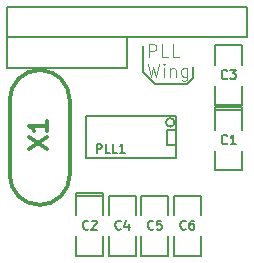
<source format=gto>
G04 (created by PCBNEW (2013-07-07 BZR 4022)-stable) date 30/09/2014 17:21:41*
%MOIN*%
G04 Gerber Fmt 3.4, Leading zero omitted, Abs format*
%FSLAX34Y34*%
G01*
G70*
G90*
G04 APERTURE LIST*
%ADD10C,0.00590551*%
%ADD11C,0.00787402*%
%ADD12C,0.00472441*%
%ADD13C,0.0065*%
%ADD14C,0.006*%
%ADD15C,0.005*%
%ADD16C,0.0125*%
%ADD17C,0.012*%
G04 APERTURE END LIST*
G54D10*
G54D11*
X44291Y-18208D02*
X44291Y-17814D01*
X44094Y-18405D02*
X44291Y-18208D01*
X43011Y-18405D02*
X44094Y-18405D01*
X42913Y-18307D02*
X43011Y-18405D01*
X42618Y-18011D02*
X42913Y-18307D01*
X42618Y-17125D02*
X42618Y-18011D01*
G54D12*
X42819Y-17498D02*
X42819Y-17065D01*
X42984Y-17065D01*
X43025Y-17085D01*
X43046Y-17106D01*
X43067Y-17147D01*
X43067Y-17209D01*
X43046Y-17250D01*
X43025Y-17271D01*
X42984Y-17291D01*
X42819Y-17291D01*
X43458Y-17498D02*
X43252Y-17498D01*
X43252Y-17065D01*
X43809Y-17498D02*
X43603Y-17498D01*
X43603Y-17065D01*
X42778Y-17718D02*
X42881Y-18151D01*
X42964Y-17842D01*
X43046Y-18151D01*
X43149Y-17718D01*
X43314Y-18151D02*
X43314Y-17862D01*
X43314Y-17718D02*
X43293Y-17739D01*
X43314Y-17759D01*
X43335Y-17739D01*
X43314Y-17718D01*
X43314Y-17759D01*
X43520Y-17862D02*
X43520Y-18151D01*
X43520Y-17904D02*
X43541Y-17883D01*
X43582Y-17862D01*
X43644Y-17862D01*
X43685Y-17883D01*
X43706Y-17924D01*
X43706Y-18151D01*
X44098Y-17862D02*
X44098Y-18213D01*
X44077Y-18254D01*
X44056Y-18275D01*
X44015Y-18296D01*
X43953Y-18296D01*
X43912Y-18275D01*
X44098Y-18131D02*
X44056Y-18151D01*
X43974Y-18151D01*
X43933Y-18131D01*
X43912Y-18110D01*
X43892Y-18069D01*
X43892Y-17945D01*
X43912Y-17904D01*
X43933Y-17883D01*
X43974Y-17862D01*
X44056Y-17862D01*
X44098Y-17883D01*
G54D13*
X40724Y-20877D02*
X43724Y-20877D01*
X43724Y-19477D02*
X40724Y-19477D01*
X40724Y-20877D02*
X40724Y-19477D01*
G54D14*
X43724Y-19477D02*
X43724Y-20877D01*
G54D15*
X43665Y-19677D02*
G75*
G03X43665Y-19677I-141J0D01*
G74*
G01*
X43724Y-20427D02*
X43424Y-20427D01*
X43424Y-20427D02*
X43424Y-19927D01*
X43424Y-19927D02*
X43724Y-19927D01*
X45922Y-19275D02*
X45922Y-19175D01*
X45922Y-19175D02*
X45022Y-19175D01*
X45022Y-19175D02*
X45022Y-19275D01*
X45922Y-19275D02*
X45022Y-19275D01*
X45022Y-19275D02*
X45022Y-19925D01*
X45922Y-20625D02*
X45922Y-21275D01*
X45922Y-21275D02*
X45022Y-21275D01*
X45022Y-21275D02*
X45022Y-20625D01*
X45922Y-19925D02*
X45922Y-19275D01*
X41296Y-22129D02*
X41296Y-22029D01*
X41296Y-22029D02*
X40396Y-22029D01*
X40396Y-22029D02*
X40396Y-22129D01*
X41296Y-22129D02*
X40396Y-22129D01*
X40396Y-22129D02*
X40396Y-22779D01*
X41296Y-23479D02*
X41296Y-24129D01*
X41296Y-24129D02*
X40396Y-24129D01*
X40396Y-24129D02*
X40396Y-23479D01*
X41296Y-22779D02*
X41296Y-22129D01*
X45022Y-19110D02*
X45922Y-19110D01*
X45922Y-19110D02*
X45922Y-18460D01*
X45022Y-17760D02*
X45022Y-17110D01*
X45022Y-17110D02*
X45922Y-17110D01*
X45922Y-17110D02*
X45922Y-17760D01*
X45022Y-18460D02*
X45022Y-19110D01*
X42379Y-22129D02*
X41479Y-22129D01*
X41479Y-22129D02*
X41479Y-22779D01*
X42379Y-23479D02*
X42379Y-24129D01*
X42379Y-24129D02*
X41479Y-24129D01*
X41479Y-24129D02*
X41479Y-23479D01*
X42379Y-22779D02*
X42379Y-22129D01*
X43461Y-22129D02*
X42561Y-22129D01*
X42561Y-22129D02*
X42561Y-22779D01*
X43461Y-23479D02*
X43461Y-24129D01*
X43461Y-24129D02*
X42561Y-24129D01*
X42561Y-24129D02*
X42561Y-23479D01*
X43461Y-22779D02*
X43461Y-22129D01*
X44544Y-22129D02*
X43644Y-22129D01*
X43644Y-22129D02*
X43644Y-22779D01*
X44544Y-23479D02*
X44544Y-24129D01*
X44544Y-24129D02*
X43644Y-24129D01*
X43644Y-24129D02*
X43644Y-23479D01*
X44544Y-22779D02*
X44544Y-22129D01*
G54D10*
X46082Y-16338D02*
X46082Y-16838D01*
X42082Y-16838D02*
X46082Y-16838D01*
X46082Y-16338D02*
X46082Y-15838D01*
X46082Y-15838D02*
X38082Y-15838D01*
X38082Y-15838D02*
X38082Y-15888D01*
X42082Y-16838D02*
X38082Y-16838D01*
X38082Y-15863D02*
X38082Y-17863D01*
X38082Y-17863D02*
X42082Y-17863D01*
X42082Y-17863D02*
X42082Y-16863D01*
G54D16*
X40173Y-21427D02*
X40173Y-18927D01*
X38173Y-21427D02*
X38173Y-18927D01*
X39173Y-17927D02*
G75*
G03X38173Y-18927I0J-1000D01*
G74*
G01*
X40173Y-18927D02*
G75*
G03X39173Y-17927I-1000J0D01*
G74*
G01*
X38173Y-21427D02*
G75*
G03X39173Y-22427I1000J0D01*
G74*
G01*
X39173Y-22427D02*
G75*
G03X40173Y-21427I0J1000D01*
G74*
G01*
G54D15*
X41071Y-20692D02*
X41071Y-20392D01*
X41185Y-20392D01*
X41214Y-20406D01*
X41228Y-20420D01*
X41242Y-20449D01*
X41242Y-20492D01*
X41228Y-20520D01*
X41214Y-20535D01*
X41185Y-20549D01*
X41071Y-20549D01*
X41514Y-20692D02*
X41371Y-20692D01*
X41371Y-20392D01*
X41756Y-20692D02*
X41614Y-20692D01*
X41614Y-20392D01*
X42014Y-20692D02*
X41842Y-20692D01*
X41928Y-20692D02*
X41928Y-20392D01*
X41899Y-20435D01*
X41871Y-20463D01*
X41842Y-20478D01*
X45422Y-20368D02*
X45408Y-20382D01*
X45365Y-20397D01*
X45336Y-20397D01*
X45293Y-20382D01*
X45265Y-20354D01*
X45251Y-20325D01*
X45236Y-20268D01*
X45236Y-20225D01*
X45251Y-20168D01*
X45265Y-20139D01*
X45293Y-20111D01*
X45336Y-20097D01*
X45365Y-20097D01*
X45408Y-20111D01*
X45422Y-20125D01*
X45708Y-20397D02*
X45536Y-20397D01*
X45622Y-20397D02*
X45622Y-20097D01*
X45593Y-20139D01*
X45565Y-20168D01*
X45536Y-20182D01*
X40796Y-23222D02*
X40782Y-23237D01*
X40739Y-23251D01*
X40710Y-23251D01*
X40667Y-23237D01*
X40639Y-23208D01*
X40625Y-23179D01*
X40610Y-23122D01*
X40610Y-23079D01*
X40625Y-23022D01*
X40639Y-22994D01*
X40667Y-22965D01*
X40710Y-22951D01*
X40739Y-22951D01*
X40782Y-22965D01*
X40796Y-22979D01*
X40910Y-22979D02*
X40925Y-22965D01*
X40953Y-22951D01*
X41025Y-22951D01*
X41053Y-22965D01*
X41067Y-22979D01*
X41082Y-23008D01*
X41082Y-23037D01*
X41067Y-23079D01*
X40896Y-23251D01*
X41082Y-23251D01*
X45422Y-18203D02*
X45408Y-18217D01*
X45365Y-18231D01*
X45336Y-18231D01*
X45293Y-18217D01*
X45265Y-18188D01*
X45251Y-18160D01*
X45236Y-18103D01*
X45236Y-18060D01*
X45251Y-18003D01*
X45265Y-17974D01*
X45293Y-17945D01*
X45336Y-17931D01*
X45365Y-17931D01*
X45408Y-17945D01*
X45422Y-17960D01*
X45522Y-17931D02*
X45708Y-17931D01*
X45608Y-18045D01*
X45651Y-18045D01*
X45679Y-18060D01*
X45693Y-18074D01*
X45708Y-18103D01*
X45708Y-18174D01*
X45693Y-18203D01*
X45679Y-18217D01*
X45651Y-18231D01*
X45565Y-18231D01*
X45536Y-18217D01*
X45522Y-18203D01*
X41879Y-23222D02*
X41864Y-23237D01*
X41821Y-23251D01*
X41793Y-23251D01*
X41750Y-23237D01*
X41721Y-23208D01*
X41707Y-23179D01*
X41693Y-23122D01*
X41693Y-23079D01*
X41707Y-23022D01*
X41721Y-22994D01*
X41750Y-22965D01*
X41793Y-22951D01*
X41821Y-22951D01*
X41864Y-22965D01*
X41879Y-22979D01*
X42136Y-23051D02*
X42136Y-23251D01*
X42064Y-22937D02*
X41993Y-23151D01*
X42179Y-23151D01*
X42961Y-23222D02*
X42947Y-23237D01*
X42904Y-23251D01*
X42876Y-23251D01*
X42833Y-23237D01*
X42804Y-23208D01*
X42790Y-23179D01*
X42776Y-23122D01*
X42776Y-23079D01*
X42790Y-23022D01*
X42804Y-22994D01*
X42833Y-22965D01*
X42876Y-22951D01*
X42904Y-22951D01*
X42947Y-22965D01*
X42961Y-22979D01*
X43233Y-22951D02*
X43090Y-22951D01*
X43076Y-23094D01*
X43090Y-23079D01*
X43118Y-23065D01*
X43190Y-23065D01*
X43218Y-23079D01*
X43233Y-23094D01*
X43247Y-23122D01*
X43247Y-23194D01*
X43233Y-23222D01*
X43218Y-23237D01*
X43190Y-23251D01*
X43118Y-23251D01*
X43090Y-23237D01*
X43076Y-23222D01*
X44044Y-23222D02*
X44030Y-23237D01*
X43987Y-23251D01*
X43958Y-23251D01*
X43915Y-23237D01*
X43887Y-23208D01*
X43873Y-23179D01*
X43858Y-23122D01*
X43858Y-23079D01*
X43873Y-23022D01*
X43887Y-22994D01*
X43915Y-22965D01*
X43958Y-22951D01*
X43987Y-22951D01*
X44030Y-22965D01*
X44044Y-22979D01*
X44301Y-22951D02*
X44244Y-22951D01*
X44215Y-22965D01*
X44201Y-22979D01*
X44173Y-23022D01*
X44158Y-23079D01*
X44158Y-23194D01*
X44173Y-23222D01*
X44187Y-23237D01*
X44215Y-23251D01*
X44273Y-23251D01*
X44301Y-23237D01*
X44315Y-23222D01*
X44330Y-23194D01*
X44330Y-23122D01*
X44315Y-23094D01*
X44301Y-23079D01*
X44273Y-23065D01*
X44215Y-23065D01*
X44187Y-23079D01*
X44173Y-23094D01*
X44158Y-23122D01*
G54D17*
X38816Y-20564D02*
X39416Y-20164D01*
X38816Y-20164D02*
X39416Y-20564D01*
X39416Y-19621D02*
X39416Y-19964D01*
X39416Y-19793D02*
X38816Y-19793D01*
X38901Y-19850D01*
X38958Y-19907D01*
X38987Y-19964D01*
M02*

</source>
